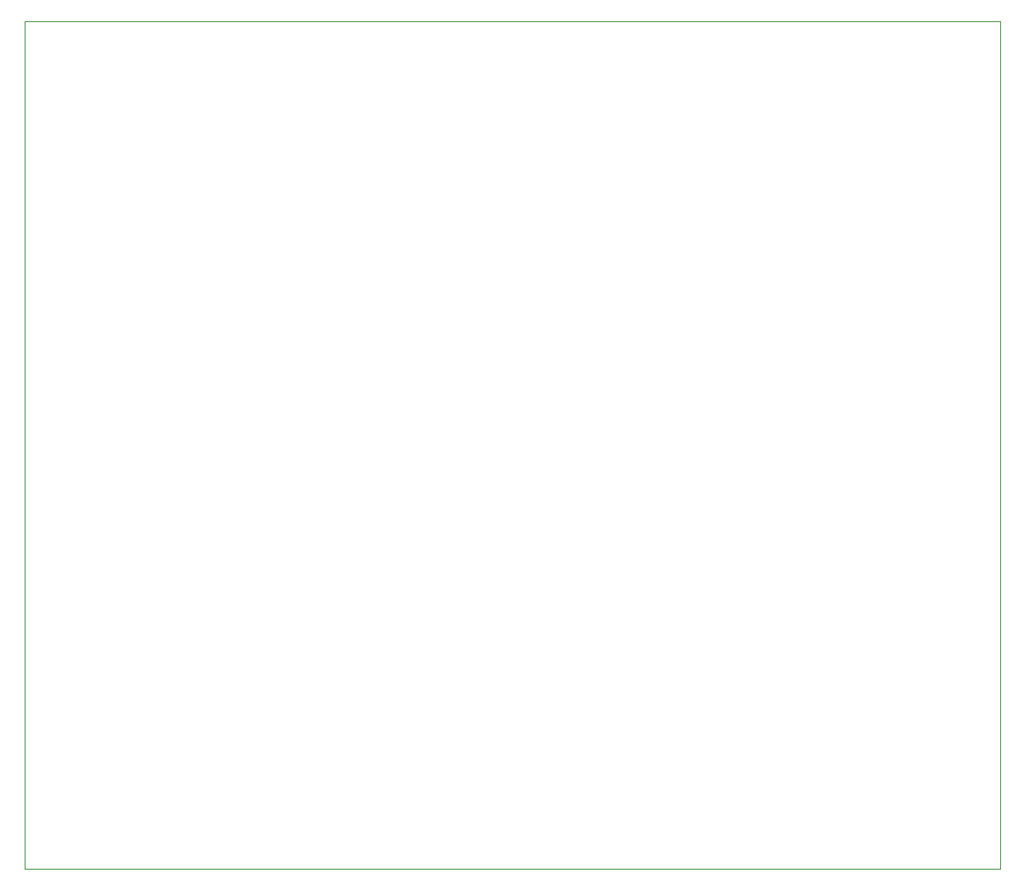
<source format=gm1>
G04 #@! TF.GenerationSoftware,KiCad,Pcbnew,(5.1.10)-1*
G04 #@! TF.CreationDate,2021-07-20T07:44:14+09:00*
G04 #@! TF.ProjectId,PT2399_Echo,50543233-3939-45f4-9563-686f2e6b6963,Ver. 1.0*
G04 #@! TF.SameCoordinates,Original*
G04 #@! TF.FileFunction,Profile,NP*
%FSLAX46Y46*%
G04 Gerber Fmt 4.6, Leading zero omitted, Abs format (unit mm)*
G04 Created by KiCad (PCBNEW (5.1.10)-1) date 2021-07-20 07:44:14*
%MOMM*%
%LPD*%
G01*
G04 APERTURE LIST*
G04 #@! TA.AperFunction,Profile*
%ADD10C,0.050000*%
G04 #@! TD*
G04 APERTURE END LIST*
D10*
X92710000Y-137160000D02*
X92710000Y-52705000D01*
X189865000Y-137160000D02*
X92710000Y-137160000D01*
X189865000Y-52705000D02*
X189865000Y-137160000D01*
X92710000Y-52705000D02*
X189865000Y-52705000D01*
M02*

</source>
